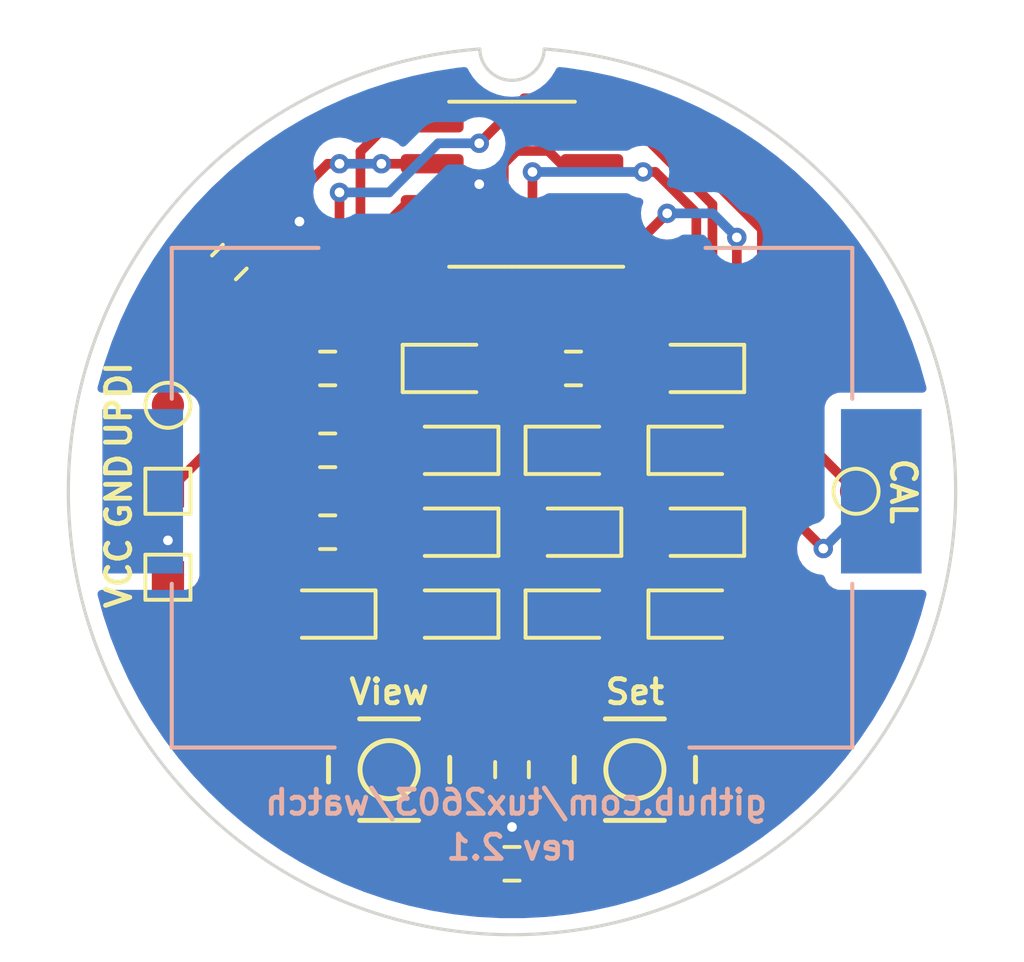
<source format=kicad_pcb>
(kicad_pcb (version 20211014) (generator pcbnew)
  (layers (0 "F.Cu" signal) (31 "B.Cu" signal) (34 "B.Paste" user) (35 "F.Paste" user) (36 "B.SilkS" user "B.Silkscreen") (37 "F.SilkS" user "F.Silkscreen") (38 "B.Mask" user) (39 "F.Mask" user) (44 "Edge.Cuts" user))
  (net 0 "")
  (net 1 "Net-(R2-Pad1)")
  (net 2 "Net-(R3-Pad1)")
  (net 3 "Net-(R4-Pad1)")
  (net 4 "+3.3V")
  (net 5 "GND")
  (net 6 "Net-(R7-Pad1)")
  (net 7 "Net-(D1-Pad1)")
  (net 8 "Net-(D1-Pad2)")
  (net 9 "Net-(D3-Pad1)")
  (net 10 "Net-(D10-Pad2)")
  (net 11 "Net-(R1-Pad1)")
  (net 12 "Net-(R5-Pad2)")
  (net 13 "Net-(R6-Pad1)")
  (net 14 "Net-(R7-Pad2)")
  (footprint "Resistor_SMD:R_0603_1608Metric" (layer "F.Cu") (at 54.737 56.388 -135)
    (fp_text reference "R7" hide)
    (fp_text value "4.7 kΩ")
    (fp_line (start -0.237258 0.5225) (end 0.237258 0.5225) (layer "F.SilkS") (width 0.12))
    (fp_line (start -0.237258 -0.5225) (end 0.237258 -0.5225) (layer "F.SilkS") (width 0.12))
    (pad "1" smd roundrect (at -0.825 0 225) (size 0.8 0.95) (layers "F.Cu" "F.Paste" "F.Mask") (net 6 "Net-(R7-Pad1)"))
    (pad "2" smd roundrect (at 0.825 0 225) (size 0.8 0.95) (layers "F.Cu" "F.Paste" "F.Mask") (net 14 "Net-(R7-Pad2)"))
  )
  (footprint "LED_SMD:LED_0603_1608Metric" (layer "F.Cu") (at 69.215 59.69 180)
    (fp_text reference "D4" hide)
    (fp_text value "LED_Small")
    (fp_line (start -1.485 0.735) (end 0.8 0.735) (layer "F.SilkS") (width 0.12))
    (fp_line (start -1.485 -0.735) (end -1.485 0.735) (layer "F.SilkS") (width 0.12))
    (fp_line (start 0.8 -0.735) (end -1.485 -0.735) (layer "F.SilkS") (width 0.12))
    (pad "1" smd roundrect (at -0.7875 0 180) (size 0.875 0.95) (layers "F.Cu" "F.Paste" "F.Mask") (net 7 "Net-(D1-Pad1)"))
    (pad "2" smd roundrect (at 0.7875 0 180) (size 0.875 0.95) (layers "F.Cu" "F.Paste" "F.Mask") (net 9 "Net-(D3-Pad1)"))
  )
  (footprint "Resistor_SMD:R_0603_1608Metric" (layer "F.Cu") (at 63.5 72.136 90)
    (fp_text reference "R5" hide)
    (fp_text value "4.7 kΩ")
    (fp_line (start -0.237258 0.5225) (end 0.237258 0.5225) (layer "F.SilkS") (width 0.12))
    (fp_line (start -0.237258 -0.5225) (end 0.237258 -0.5225) (layer "F.SilkS") (width 0.12))
    (pad "1" smd roundrect (at -0.825 0 90) (size 0.8 0.95) (layers "F.Cu" "F.Paste" "F.Mask") (net 4 "+3.3V"))
    (pad "2" smd roundrect (at 0.825 0 90) (size 0.8 0.95) (layers "F.Cu" "F.Paste" "F.Mask") (net 12 "Net-(R5-Pad2)"))
  )
  (footprint "LED_SMD:LED_0603_1608Metric" (layer "F.Cu") (at 61.595 64.77 180)
    (fp_text reference "D7" hide)
    (fp_text value "LED_Small")
    (fp_line (start 0.8 -0.735) (end -1.485 -0.735) (layer "F.SilkS") (width 0.12))
    (fp_line (start -1.485 -0.735) (end -1.485 0.735) (layer "F.SilkS") (width 0.12))
    (fp_line (start -1.485 0.735) (end 0.8 0.735) (layer "F.SilkS") (width 0.12))
    (pad "1" smd roundrect (at -0.7875 0 180) (size 0.875 0.95) (layers "F.Cu" "F.Paste" "F.Mask") (net 9 "Net-(D3-Pad1)"))
    (pad "2" smd roundrect (at 0.7875 0 180) (size 0.875 0.95) (layers "F.Cu" "F.Paste" "F.Mask") (net 8 "Net-(D1-Pad2)"))
  )
  (footprint "LED_SMD:LED_0603_1608Metric" (layer "F.Cu") (at 69.215 62.23)
    (fp_text reference "D9" hide)
    (fp_text value "LED_Small")
    (fp_line (start -1.485 0.735) (end 0.8 0.735) (layer "F.SilkS") (width 0.12))
    (fp_line (start 0.8 -0.735) (end -1.485 -0.735) (layer "F.SilkS") (width 0.12))
    (fp_line (start -1.485 -0.735) (end -1.485 0.735) (layer "F.SilkS") (width 0.12))
    (pad "1" smd roundrect (at -0.7875 0) (size 0.875 0.95) (layers "F.Cu" "F.Paste" "F.Mask") (net 10 "Net-(D10-Pad2)"))
    (pad "2" smd roundrect (at 0.7875 0) (size 0.875 0.95) (layers "F.Cu" "F.Paste" "F.Mask") (net 7 "Net-(D1-Pad1)"))
  )
  (footprint "Resistor_SMD:R_0603_1608Metric" (layer "F.Cu") (at 57.785 62.23)
    (fp_text reference "R2" hide)
    (fp_text value "47 Ω")
    (fp_line (start -0.237258 -0.5225) (end 0.237258 -0.5225) (layer "F.SilkS") (width 0.12))
    (fp_line (start -0.237258 0.5225) (end 0.237258 0.5225) (layer "F.SilkS") (width 0.12))
    (pad "1" smd roundrect (at -0.825 0) (size 0.8 0.95) (layers "F.Cu" "F.Paste" "F.Mask") (net 1 "Net-(R2-Pad1)"))
    (pad "2" smd roundrect (at 0.825 0) (size 0.8 0.95) (layers "F.Cu" "F.Paste" "F.Mask") (net 7 "Net-(D1-Pad1)"))
  )
  (footprint "Package_SO:SOIC-8_3.9x4.9mm_P1.27mm" (layer "F.Cu") (at 63.5 53.975 180)
    (fp_text reference "U1" hide)
    (fp_text value "ATtiny402-SS")
    (fp_line (start 0 -2.56) (end -3.45 -2.56) (layer "F.SilkS") (width 0.12))
    (fp_line (start 0 2.56) (end -1.95 2.56) (layer "F.SilkS") (width 0.12))
    (fp_line (start 0 -2.56) (end 1.95 -2.56) (layer "F.SilkS") (width 0.12))
    (fp_line (start 0 2.56) (end 1.95 2.56) (layer "F.SilkS") (width 0.12))
    (pad "1" smd roundrect (at -2.475 -1.905 180) (size 1.95 0.6) (layers "F.Cu" "F.Paste" "F.Mask") (net 4 "+3.3V"))
    (pad "2" smd roundrect (at -2.475 -0.635 180) (size 1.95 0.6) (layers "F.Cu" "F.Paste" "F.Mask") (net 2 "Net-(R3-Pad1)"))
    (pad "3" smd roundrect (at -2.475 0.635 180) (size 1.95 0.6) (layers "F.Cu" "F.Paste" "F.Mask") (net 3 "Net-(R4-Pad1)"))
    (pad "4" smd roundrect (at -2.475 1.905 180) (size 1.95 0.6) (layers "F.Cu" "F.Paste" "F.Mask") (net 12 "Net-(R5-Pad2)"))
    (pad "5" smd roundrect (at 2.475 1.905 180) (size 1.95 0.6) (layers "F.Cu" "F.Paste" "F.Mask") (net 11 "Net-(R1-Pad1)"))
    (pad "6" smd roundrect (at 2.475 0.635 180) (size 1.95 0.6) (layers "F.Cu" "F.Paste" "F.Mask") (net 6 "Net-(R7-Pad1)"))
    (pad "7" smd roundrect (at 2.475 -0.635 180) (size 1.95 0.6) (layers "F.Cu" "F.Paste" "F.Mask") (net 1 "Net-(R2-Pad1)"))
    (pad "8" smd roundrect (at 2.475 -1.905 180) (size 1.95 0.6) (layers "F.Cu" "F.Paste" "F.Mask") (net 5 "GND"))
  )
  (footprint "LED_SMD:LED_0603_1608Metric" (layer "F.Cu") (at 69.215 64.77 180)
    (fp_text reference "D10" hide)
    (fp_text value "LED_Small")
    (fp_line (start -1.485 -0.735) (end -1.485 0.735) (layer "F.SilkS") (width 0.12))
    (fp_line (start -1.485 0.735) (end 0.8 0.735) (layer "F.SilkS") (width 0.12))
    (fp_line (start 0.8 -0.735) (end -1.485 -0.735) (layer "F.SilkS") (width 0.12))
    (pad "1" smd roundrect (at -0.7875 0 180) (size 0.875 0.95) (layers "F.Cu" "F.Paste" "F.Mask") (net 7 "Net-(D1-Pad1)"))
    (pad "2" smd roundrect (at 0.7875 0 180) (size 0.875 0.95) (layers "F.Cu" "F.Paste" "F.Mask") (net 10 "Net-(D10-Pad2)"))
  )
  (footprint "LED_SMD:LED_0603_1608Metric" (layer "F.Cu") (at 61.595 67.31 180)
    (fp_text reference "D12" hide)
    (fp_text value "LED_Small")
    (fp_line (start -1.485 0.735) (end 0.8 0.735) (layer "F.SilkS") (width 0.12))
    (fp_line (start 0.8 -0.735) (end -1.485 -0.735) (layer "F.SilkS") (width 0.12))
    (fp_line (start -1.485 -0.735) (end -1.485 0.735) (layer "F.SilkS") (width 0.12))
    (pad "1" smd roundrect (at -0.7875 0 180) (size 0.875 0.95) (layers "F.Cu" "F.Paste" "F.Mask") (net 8 "Net-(D1-Pad2)"))
    (pad "2" smd roundrect (at 0.7875 0 180) (size 0.875 0.95) (layers "F.Cu" "F.Paste" "F.Mask") (net 10 "Net-(D10-Pad2)"))
  )
  (footprint "LED_SMD:LED_0603_1608Metric" (layer "F.Cu") (at 61.595 59.69)
    (fp_text reference "D5" hide)
    (fp_text value "LED_Small")
    (fp_line (start -1.485 0.735) (end 0.8 0.735) (layer "F.SilkS") (width 0.12))
    (fp_line (start -1.485 -0.735) (end -1.485 0.735) (layer "F.SilkS") (width 0.12))
    (fp_line (start 0.8 -0.735) (end -1.485 -0.735) (layer "F.SilkS") (width 0.12))
    (pad "1" smd roundrect (at -0.7875 0) (size 0.875 0.95) (layers "F.Cu" "F.Paste" "F.Mask") (net 10 "Net-(D10-Pad2)"))
    (pad "2" smd roundrect (at 0.7875 0) (size 0.875 0.95) (layers "F.Cu" "F.Paste" "F.Mask") (net 9 "Net-(D3-Pad1)"))
  )
  (footprint "Push Button:SW_EVP-AA102K_PAN" (layer "F.Cu") (at 59.69 72.136)
    (fp_text reference "SW1" hide)
    (fp_text value "EVP-AA202K")
    (fp_line (start 0.913541 -1.5748) (end -0.913541 -1.5748) (layer "F.SilkS") (width 0.1524))
    (fp_line (start 1.8796 0.38246) (end 1.8796 -0.38246) (layer "F.SilkS") (width 0.1524))
    (fp_line (start -1.8796 -0.38246) (end -1.8796 0.38246) (layer "F.SilkS") (width 0.1524))
    (fp_line (start -0.913541 1.5748) (end 0.913541 1.5748) (layer "F.SilkS") (width 0.1524))
    (fp_circle (center 0 0) (end 0.9017 0) (layer "F.SilkS") (width 0.1524) (fill none))
    (pad "1" smd rect (at -1.8415 -1.05) (size 1.309599 0.6696) (layers "F.Cu" "F.Paste" "F.Mask") (net 12 "Net-(R5-Pad2)"))
    (pad "2" smd rect (at -1.8415 1.05) (size 1.309599 0.6696) (layers "F.Cu" "F.Paste" "F.Mask") (net 5 "GND"))
    (pad "3" smd rect (at 1.8415 1.05) (size 1.309599 0.6696) (layers "F.Cu" "F.Paste" "F.Mask") (net 5 "GND"))
    (pad "4" smd rect (at 1.8415 -1.05) (size 1.309599 0.6696) (layers "F.Cu" "F.Paste" "F.Mask") (net 12 "Net-(R5-Pad2)"))
  )
  (footprint "LED_SMD:LED_0603_1608Metric" (layer "F.Cu") (at 57.785 67.31 180)
    (fp_text reference "D11" hide)
    (fp_text value "LED_Small")
    (fp_line (start 0.8 -0.735) (end -1.485 -0.735) (layer "F.SilkS") (width 0.12))
    (fp_line (start -1.485 -0.735) (end -1.485 0.735) (layer "F.SilkS") (width 0.12))
    (fp_line (start -1.485 0.735) (end 0.8 0.735) (layer "F.SilkS") (width 0.12))
    (pad "1" smd roundrect (at -0.7875 0 180) (size 0.875 0.95) (layers "F.Cu" "F.Paste" "F.Mask") (net 10 "Net-(D10-Pad2)"))
    (pad "2" smd roundrect (at 0.7875 0 180) (size 0.875 0.95) (layers "F.Cu" "F.Paste" "F.Mask") (net 8 "Net-(D1-Pad2)"))
  )
  (footprint "LED_SMD:LED_0603_1608Metric" (layer "F.Cu") (at 65.405 67.31)
    (fp_text reference "D1" hide)
    (fp_text value "LED_Small")
    (fp_line (start 0.8 -0.735) (end -1.485 -0.735) (layer "F.SilkS") (width 0.12))
    (fp_line (start -1.485 -0.735) (end -1.485 0.735) (layer "F.SilkS") (width 0.12))
    (fp_line (start -1.485 0.735) (end 0.8 0.735) (layer "F.SilkS") (width 0.12))
    (pad "1" smd roundrect (at -0.7875 0) (size 0.875 0.95) (layers "F.Cu" "F.Paste" "F.Mask") (net 7 "Net-(D1-Pad1)"))
    (pad "2" smd roundrect (at 0.7875 0) (size 0.875 0.95) (layers "F.Cu" "F.Paste" "F.Mask") (net 8 "Net-(D1-Pad2)"))
  )
  (footprint "TestPoint:TestPoint_Pad_1.0x1.0mm" (layer "F.Cu") (at 52.832 66.167)
    (fp_text reference "TP3" hide)
    (fp_text value "TestPoint")
    (fp_line (start 0.7 0.7) (end -0.7 0.7) (layer "F.SilkS") (width 0.12))
    (fp_line (start 0.7 -0.7) (end 0.7 0.7) (layer "F.SilkS") (width 0.12))
    (fp_line (start -0.7 -0.7) (end 0.7 -0.7) (layer "F.SilkS") (width 0.12))
    (fp_line (start -0.7 0.7) (end -0.7 -0.7) (layer "F.SilkS") (width 0.12))
    (pad "1" smd rect (at 0 0) (size 1 1) (layers "F.Cu" "F.Mask") (net 4 "+3.3V"))
  )
  (footprint "LED_SMD:LED_0603_1608Metric" (layer "F.Cu") (at 65.405 62.23)
    (fp_text reference "D6" hide)
    (fp_text value "LED_Small")
    (fp_line (start -1.485 -0.735) (end -1.485 0.735) (layer "F.SilkS") (width 0.12))
    (fp_line (start 0.8 -0.735) (end -1.485 -0.735) (layer "F.SilkS") (width 0.12))
    (fp_line (start -1.485 0.735) (end 0.8 0.735) (layer "F.SilkS") (width 0.12))
    (pad "1" smd roundrect (at -0.7875 0) (size 0.875 0.95) (layers "F.Cu" "F.Paste" "F.Mask") (net 9 "Net-(D3-Pad1)"))
    (pad "2" smd roundrect (at 0.7875 0) (size 0.875 0.95) (layers "F.Cu" "F.Paste" "F.Mask") (net 10 "Net-(D10-Pad2)"))
  )
  (footprint "TestPoint:TestPoint_Pad_D1.0mm" (layer "F.Cu") (at 74.168 63.5)
    (fp_text reference "TP4" hide)
    (fp_text value "TestPoint")
    (fp_circle (center 0 0) (end 0 0.7) (layer "F.SilkS") (width 0.12) (fill none))
    (pad "1" smd circle (at 0 0) (size 1 1) (layers "F.Cu" "F.Mask") (net 8 "Net-(D1-Pad2)"))
  )
  (footprint "Push Button:SW_EVP-AA102K_PAN" (layer "F.Cu") (at 67.31 72.136)
    (fp_text reference "SW2" hide)
    (fp_text value "EVP-AA202K")
    (fp_line (start 0.913541 -1.5748) (end -0.913541 -1.5748) (layer "F.SilkS") (width 0.1524))
    (fp_line (start -1.8796 -0.38246) (end -1.8796 0.38246) (layer "F.SilkS") (width 0.1524))
    (fp_line (start 1.8796 0.38246) (end 1.8796 -0.38246) (layer "F.SilkS") (width 0.1524))
    (fp_line (start -0.913541 1.5748) (end 0.913541 1.5748) (layer "F.SilkS") (width 0.1524))
    (fp_circle (center 0 0) (end 0.9017 0) (layer "F.SilkS") (width 0.1524) (fill none))
    (pad "1" smd rect (at -1.8415 -1.05) (size 1.309599 0.6696) (layers "F.Cu" "F.Paste" "F.Mask") (net 12 "Net-(R5-Pad2)"))
    (pad "2" smd rect (at -1.8415 1.05) (size 1.309599 0.6696) (layers "F.Cu" "F.Paste" "F.Mask") (net 13 "Net-(R6-Pad1)"))
    (pad "3" smd rect (at 1.8415 1.05) (size 1.309599 0.6696) (layers "F.Cu" "F.Paste" "F.Mask") (net 13 "Net-(R6-Pad1)"))
    (pad "4" smd rect (at 1.8415 -1.05) (size 1.309599 0.6696) (layers "F.Cu" "F.Paste" "F.Mask") (net 12 "Net-(R5-Pad2)"))
  )
  (footprint "LED_SMD:LED_0603_1608Metric" (layer "F.Cu") (at 65.405 64.77 180)
    (fp_text reference "D8" hide)
    (fp_text value "LED_Small")
    (fp_line (start 0.8 -0.735) (end -1.485 -0.735) (layer "F.SilkS") (width 0.12))
    (fp_line (start -1.485 -0.735) (end -1.485 0.735) (layer "F.SilkS") (width 0.12))
    (fp_line (start -1.485 0.735) (end 0.8 0.735) (layer "F.SilkS") (width 0.12))
    (pad "1" smd roundrect (at -0.7875 0 180) (size 0.875 0.95) (layers "F.Cu" "F.Paste" "F.Mask") (net 8 "Net-(D1-Pad2)"))
    (pad "2" smd roundrect (at 0.7875 0 180) (size 0.875 0.95) (layers "F.Cu" "F.Paste" "F.Mask") (net 9 "Net-(D3-Pad1)"))
  )
  (footprint "Resistor_SMD:R_0603_1608Metric" (layer "F.Cu") (at 57.785 59.69)
    (fp_text reference "R4" hide)
    (fp_text value "47 Ω")
    (fp_line (start -0.237258 -0.5225) (end 0.237258 -0.5225) (layer "F.SilkS") (width 0.12))
    (fp_line (start -0.237258 0.5225) (end 0.237258 0.5225) (layer "F.SilkS") (width 0.12))
    (pad "1" smd roundrect (at -0.825 0) (size 0.8 0.95) (layers "F.Cu" "F.Paste" "F.Mask") (net 3 "Net-(R4-Pad1)"))
    (pad "2" smd roundrect (at 0.825 0) (size 0.8 0.95) (layers "F.Cu" "F.Paste" "F.Mask") (net 10 "Net-(D10-Pad2)"))
  )
  (footprint "TestPoint:TestPoint_Pad_1.0x1.0mm" (layer "F.Cu") (at 52.832 63.5)
    (fp_text reference "TP2" hide)
    (fp_text value "TestPoint")
    (fp_line (start -0.7 0.7) (end -0.7 -0.7) (layer "F.SilkS") (width 0.12))
    (fp_line (start 0.7 -0.7) (end 0.7 0.7) (layer "F.SilkS") (width 0.12))
    (fp_line (start -0.7 -0.7) (end 0.7 -0.7) (layer "F.SilkS") (width 0.12))
    (fp_line (start 0.7 0.7) (end -0.7 0.7) (layer "F.SilkS") (width 0.12))
    (pad "1" smd rect (at 0 0) (size 1 1) (layers "F.Cu" "F.Mask") (net 5 "GND"))
  )
  (footprint "LED_SMD:LED_0603_1608Metric" (layer "F.Cu") (at 69.215 67.31)
    (fp_text reference "D2" hide)
    (fp_text value "LED_Small")
    (fp_line (start -1.485 -0.735) (end -1.485 0.735) (layer "F.SilkS") (width 0.12))
    (fp_line (start 0.8 -0.735) (end -1.485 -0.735) (layer "F.SilkS") (width 0.12))
    (fp_line (start -1.485 0.735) (end 0.8 0.735) (layer "F.SilkS") (width 0.12))
    (pad "1" smd roundrect (at -0.7875 0) (size 0.875 0.95) (layers "F.Cu" "F.Paste" "F.Mask") (net 8 "Net-(D1-Pad2)"))
    (pad "2" smd roundrect (at 0.7875 0) (size 0.875 0.95) (layers "F.Cu" "F.Paste" "F.Mask") (net 7 "Net-(D1-Pad1)"))
  )
  (footprint "Resistor_SMD:R_0603_1608Metric" (layer "F.Cu") (at 63.5 75.057 180)
    (fp_text reference "R6" hide)
    (fp_text value "4.7 kΩ")
    (fp_line (start -0.237258 -0.5225) (end 0.237258 -0.5225) (layer "F.SilkS") (width 0.12))
    (fp_line (start -0.237258 0.5225) (end 0.237258 0.5225) (layer "F.SilkS") (width 0.12))
    (pad "1" smd roundrect (at -0.825 0 180) (size 0.8 0.95) (layers "F.Cu" "F.Paste" "F.Mask") (net 13 "Net-(R6-Pad1)"))
    (pad "2" smd roundrect (at 0.825 0 180) (size 0.8 0.95) (layers "F.Cu" "F.Paste" "F.Mask") (net 5 "GND"))
  )
  (footprint "Resistor_SMD:R_0603_1608Metric" (layer "F.Cu") (at 57.785 64.77)
    (fp_text reference "R1" hide)
    (fp_text value "47 Ω")
    (fp_line (start -0.237258 -0.5225) (end 0.237258 -0.5225) (layer "F.SilkS") (width 0.12))
    (fp_line (start -0.237258 0.5225) (end 0.237258 0.5225) (layer "F.SilkS") (width 0.12))
    (pad "1" smd roundrect (at -0.825 0) (size 0.8 0.95) (layers "F.Cu" "F.Paste" "F.Mask") (net 11 "Net-(R1-Pad1)"))
    (pad "2" smd roundrect (at 0.825 0) (size 0.8 0.95) (layers "F.Cu" "F.Paste" "F.Mask") (net 8 "Net-(D1-Pad2)"))
  )
  (footprint "LED_SMD:LED_0603_1608Metric" (layer "F.Cu") (at 61.595 62.23 180)
    (fp_text reference "D3" hide)
    (fp_text value "LED_Small")
    (fp_line (start -1.485 0.735) (end 0.8 0.735) (layer "F.SilkS") (width 0.12))
    (fp_line (start -1.485 -0.735) (end -1.485 0.735) (layer "F.SilkS") (width 0.12))
    (fp_line (start 0.8 -0.735) (end -1.485 -0.735) (layer "F.SilkS") (width 0.12))
    (pad "1" smd roundrect (at -0.7875 0 180) (size 0.875 0.95) (layers "F.Cu" "F.Paste" "F.Mask") (net 9 "Net-(D3-Pad1)"))
    (pad "2" smd roundrect (at 0.7875 0 180) (size 0.875 0.95) (layers "F.Cu" "F.Paste" "F.Mask") (net 7 "Net-(D1-Pad1)"))
  )
  (footprint "Resistor_SMD:R_0603_1608Metric" (layer "F.Cu") (at 65.405 59.69)
    (fp_text reference "R3" hide)
    (fp_text value "47 Ω")
    (fp_line (start -0.237258 0.5225) (end 0.237258 0.5225) (layer "F.SilkS") (width 0.12))
    (fp_line (start -0.237258 -0.5225) (end 0.237258 -0.5225) (layer "F.SilkS") (width 0.12))
    (pad "1" smd roundrect (at -0.825 0) (size 0.8 0.95) (layers "F.Cu" "F.Paste" "F.Mask") (net 2 "Net-(R3-Pad1)"))
    (pad "2" smd roundrect (at 0.825 0) (size 0.8 0.95) (layers "F.Cu" "F.Paste" "F.Mask") (net 9 "Net-(D3-Pad1)"))
  )
  (footprint "TestPoint:TestPoint_Pad_D1.0mm" (layer "F.Cu") (at 52.832 60.833)
    (fp_text reference "TP1" hide)
    (fp_text value "TestPoint")
    (fp_circle (center 0 0) (end 0 0.7) (layer "F.SilkS") (width 0.12) (fill none))
    (pad "1" smd circle (at 0 0) (size 1 1) (layers "F.Cu" "F.Mask") (net 14 "Net-(R7-Pad2)"))
  )
  (footprint "Battery Holder:BAT_BAT-HLD-001-TR" (layer "B.Cu") (at 63.5 63.5 180)
    (fp_text reference "BT1" hide)
    (fp_text value "BAT-HLD-001-TR")
    (fp_line (start -10.55 7.55) (end -6 7.55) (layer "B.SilkS") (width 0.127))
    (fp_line (start -10.55 -2.87) (end -10.55 -7.95) (layer "B.SilkS") (width 0.127))
    (fp_line (start -10.55 2.87) (end -10.55 7.55) (layer "B.SilkS") (width 0.127))
    (fp_line (start 10.55 -7.95) (end 10.55 -2.87) (layer "B.SilkS") (width 0.127))
    (fp_line (start 5.5 -7.95) (end 10.55 -7.95) (layer "B.SilkS") (width 0.127))
    (fp_line (start 10.55 7.55) (end 10.55 2.87) (layer "B.SilkS") (width 0.127))
    (fp_line (start -10.55 -7.95) (end -5.5 -7.95) (layer "B.SilkS") (width 0.127))
    (fp_line (start 6 7.55) (end 10.55 7.55) (layer "B.SilkS") (width 0.127))
    (pad "N1" smd circle locked (at 0 0 180) (size 17.8 17.8) (layers "B.Cu" "B.Mask") (net 5 "GND"))
    (pad "P1" smd rect locked (at -11.45 0 180) (size 2.5 5.1) (layers "B.Cu" "B.Paste" "B.Mask") (net 4 "+3.3V"))
    (pad "P2" smd rect locked (at 11.45 0 180) (size 2.5 5.1) (layers "B.Cu" "B.Paste" "B.Mask") (net 4 "+3.3V"))
  )
  (gr_arc (start 64.499999 49.78) (mid 63.5 50.750449) (end 62.500001 49.78) (layer "Edge.Cuts") (width 0.1))
  (gr_arc (start 64.5 49.780001) (mid 63.5 77.256394) (end 62.5 49.780001) (layer "Edge.Cuts") (width 0.1))
  (gr_text "rev 2.1" (at 63.5 74.549) (layer "B.SilkS") (effects (font (size 0.75 0.75)) (justify mirror)))
  (gr_text "github.com/tux2603/watch" (at 63.627 73.152) (layer "B.SilkS") (effects (font (size 0.75 0.75)) (justify mirror)))
  (gr_text "Set" (at 67.31 69.723) (layer "F.SilkS") (effects (font (size 0.75 0.75))))
  (gr_text "View" (at 59.69 69.723) (layer "F.SilkS") (effects (font (size 0.75 0.75))))
  (gr_text "VCC" (at 51.308 66.04 90) (layer "F.SilkS") (effects (font (size 0.75 0.75))))
  (gr_text "GND" (at 51.308 63.5 90) (layer "F.SilkS") (effects (font (size 0.75 0.75))))
  (gr_text "CAL" (at 75.63 63.5 270) (layer "F.SilkS") (effects (font (size 0.75 0.75))))
  (gr_text "UPDI\n" (at 51.308 60.833 90) (layer "F.SilkS") (effects (font (size 0.75 0.75))))
  (segment (start 56.134 58.674) (end 60.198 54.61) (width 0.3) (layer "F.Cu") (net 1))
  (segment (start 60.198 54.61) (end 61.025 54.61) (width 0.3) (layer "F.Cu") (net 1))
  (segment (start 56.134 61.404) (end 56.134 58.674) (width 0.3) (layer "F.Cu") (net 1))
  (segment (start 56.96 62.23) (end 56.134 61.404) (width 0.3) (layer "F.Cu") (net 1))
  (segment (start 64.58 59.69) (end 64.58 55.592893) (width 0.3) (layer "F.Cu") (net 2))
  (segment (start 65.562893 54.61) (end 65.975 54.61) (width 0.3) (layer "F.Cu") (net 2))
  (segment (start 64.58 55.592893) (end 65.562893 54.61) (width 0.3) (layer "F.Cu") (net 2))
  (segment (start 62.103 56.642) (end 63.246 55.499) (width 0.3) (layer "F.Cu") (net 3))
  (segment (start 63.642 52.944) (end 64.628 52.944) (width 0.3) (layer "F.Cu") (net 3))
  (segment (start 58.928 56.642) (end 62.103 56.642) (width 0.3) (layer "F.Cu") (net 3))
  (segment (start 64.628 52.944) (end 65.024 53.34) (width 0.3) (layer "F.Cu") (net 3))
  (segment (start 63.246 53.34) (end 63.642 52.944) (width 0.3) (layer "F.Cu") (net 3))
  (segment (start 65.024 53.34) (end 65.975 53.34) (width 0.3) (layer "F.Cu") (net 3))
  (segment (start 63.246 55.499) (end 63.246 53.34) (width 0.3) (layer "F.Cu") (net 3))
  (segment (start 56.96 59.69) (end 56.96 58.61) (width 0.3) (layer "F.Cu") (net 3))
  (segment (start 56.96 58.61) (end 58.928 56.642) (width 0.3) (layer "F.Cu") (net 3))
  (segment (start 57.023 72.136) (end 52.832 67.945) (width 0.3) (layer "F.Cu") (net 4))
  (segment (start 64.828901 72.136) (end 69.977 72.136) (width 0.3) (layer "F.Cu") (net 4))
  (segment (start 73.152 65.278) (end 72.009 64.135) (width 0.3) (layer "F.Cu") (net 4))
  (segment (start 70.4705 56.8815) (end 70.993 57.404) (width 0.3) (layer "F.Cu") (net 4))
  (segment (start 70.4705 55.626) (end 70.4705 56.8815) (width 0.3) (layer "F.Cu") (net 4))
  (segment (start 62.171099 72.136) (end 57.023 72.136) (width 0.3) (layer "F.Cu") (net 4))
  (segment (start 62.996099 72.961) (end 62.171099 72.136) (width 0.3) (layer "F.Cu") (net 4))
  (segment (start 52.832 67.945) (end 52.832 66.167) (width 0.3) (layer "F.Cu") (net 4))
  (segment (start 63.5 72.961) (end 62.996099 72.961) (width 0.3) (layer "F.Cu") (net 4))
  (segment (start 63.5 72.961) (end 64.003901 72.961) (width 0.3) (layer "F.Cu") (net 4))
  (segment (start 68.311233 54.878767) (end 67.31 55.88) (width 0.3) (layer "F.Cu") (net 4))
  (segment (start 52.832 66.167) (end 52.832 65.024) (width 0.3) (layer "F.Cu") (net 4))
  (segment (start 64.003901 72.961) (end 64.828901 72.136) (width 0.3) (layer "F.Cu") (net 4))
  (segment (start 72.009 58.42) (end 70.993 57.404) (width 0.3) (layer "F.Cu") (net 4))
  (segment (start 72.009 64.135) (end 72.009 61.595) (width 0.3) (layer "F.Cu") (net 4))
  (segment (start 72.009 60.96) (end 72.009 58.42) (width 0.3) (layer "F.Cu") (net 4))
  (segment (start 67.31 55.88) (end 65.975 55.88) (width 0.3) (layer "F.Cu") (net 4))
  (segment (start 72.009 61.595) (end 72.009 60.96) (width 0.3) (layer "F.Cu") (net 4))
  (segment (start 69.977 72.136) (end 72.009 70.104) (width 0.3) (layer "F.Cu") (net 4))
  (segment (start 72.009 70.104) (end 72.009 61.595) (width 0.3) (layer "F.Cu") (net 4))
  (via (at 68.311233 54.878767) (size 0.6) (drill 0.3) (layers "F.Cu" "B.Cu") (net 4))
  (via (at 70.4705 55.626) (size 0.6) (drill 0.3) (layers "F.Cu" "B.Cu") (net 4))
  (via (at 73.152 65.278) (size 0.6) (drill 0.3) (layers "F.Cu" "B.Cu") (net 4))
  (via (at 52.832 65.024) (size 0.6) (drill 0.3) (layers "F.Cu" "B.Cu") (net 4))
  (segment (start 69.723267 54.878767) (end 70.4705 55.626) (width 0.3) (layer "B.Cu") (net 4))
  (segment (start 73.152 65.278) (end 74.93 63.5) (width 0.3) (layer "B.Cu") (net 4))
  (segment (start 68.311233 54.878767) (end 69.723267 54.878767) (width 0.3) (layer "B.Cu") (net 4))
  (segment (start 74.93 63.5) (end 74.95 63.5) (width 0.3) (layer "B.Cu") (net 4))
  (segment (start 62.05425 73.70875) (end 61.5315 73.186) (width 0.3) (layer "F.Cu") (net 5))
  (segment (start 62.2595 73.914) (end 63.5 73.914) (width 0.25) (layer "F.Cu") (net 5))
  (segment (start 62.11775 73.77225) (end 62.2595 73.914) (width 0.25) (layer "F.Cu") (net 5))
  (segment (start 54.61 61.722) (end 52.832 63.5) (width 0.3) (layer "F.Cu") (net 5))
  (segment (start 62.675 74.3295) (end 62.11775 73.77225) (width 0.3) (layer "F.Cu") (net 5))
  (segment (start 62.103 55.88) (end 62.484 55.499) (width 0.3) (layer "F.Cu") (net 5))
  (segment (start 61.025 55.88) (end 62.103 55.88) (width 0.3) (layer "F.Cu") (net 5))
  (segment (start 56.910767 55.132767) (end 56.910767 55.611233) (width 0.3) (layer "F.Cu") (net 5))
  (segment (start 54.61 57.912) (end 54.61 61.722) (width 0.3) (layer "F.Cu") (net 5))
  (segment (start 62.675 75.057) (end 62.675 74.3295) (width 0.3) (layer "F.Cu") (net 5))
  (segment (start 62.484 55.499) (end 62.484 53.975) (width 0.3) (layer "F.Cu") (net 5))
  (segment (start 62.11775 73.77225) (end 62.05425 73.70875) (width 0.3) (layer "F.Cu") (net 5))
  (segment (start 56.910767 55.611233) (end 54.61 57.912) (width 0.3) (layer "F.Cu") (net 5))
  (segment (start 57.8485 73.186) (end 61.5315 73.186) (width 0.3) (layer "F.Cu") (net 5))
  (via (at 56.910767 55.132767) (size 0.6) (drill 0.3) (layers "F.Cu" "B.Cu") (net 5))
  (via (at 62.484 53.975) (size 0.6) (drill 0.3) (layers "F.Cu" "B.Cu") (net 5))
  (via (at 63.5 73.914) (size 0.6) (drill 0.3) (layers "F.Cu" "B.Cu") (net 5))
  (segment (start 67.295878 69.215) (end 67.2955 69.214622) (width 0.3) (layer "B.Cu") (net 5))
  (segment (start 57.785 53.34) (end 55.320363 55.804637) (width 0.3) (layer "F.Cu") (net 6))
  (segment (start 58.1515 53.34) (end 57.785 53.34) (width 0.3) (layer "F.Cu") (net 6))
  (segment (start 61.025 53.34) (end 59.4505 53.34) (width 0.3) (layer "F.Cu") (net 6))
  (via (at 58.1515 53.34) (size 0.6) (drill 0.3) (layers "F.Cu" "B.Cu") (net 6))
  (via (at 59.4505 53.34) (size 0.6) (drill 0.3) (layers "F.Cu" "B.Cu") (net 6))
  (segment (start 58.1515 53.34) (end 59.4505 53.34) (width 0.3) (layer "B.Cu") (net 6))
  (segment (start 61.595 63.5) (end 61.595 65.261834) (width 0.3) (layer "F.Cu") (net 7))
  (segment (start 69.37375 66.04) (end 70.0025 65.41125) (width 0.3) (layer "F.Cu") (net 7))
  (segment (start 65.405 66.675) (end 65.405 64.135) (width 0.3) (layer "F.Cu") (net 7))
  (segment (start 70.0025 62.23) (end 70.0025 59.69) (width 0.3) (layer "F.Cu") (net 7))
  (segment (start 65.405 64.135) (end 66.04 63.5) (width 0.3) (layer "F.Cu") (net 7))
  (segment (start 66.675 63.5) (end 67.31 64.135) (width 0.3) (layer "F.Cu") (net 7))
  (segment (start 61.595 65.261834) (end 62.373166 66.04) (width 0.3) (layer "F.Cu") (net 7))
  (segment (start 67.31 64.135) (end 67.31 65.405) (width 0.3) (layer "F.Cu") (net 7))
  (segment (start 70.0025 64.77) (end 70.0025 62.23) (width 0.3) (layer "F.Cu") (net 7))
  (segment (start 70.0025 66.51) (end 70.0025 67.31) (width 0.3) (layer "F.Cu") (net 7))
  (segment (start 64.77 66.04) (end 65.405 65.405) (width 0.3) (layer "F.Cu") (net 7))
  (segment (start 69.215 66.04) (end 69.37375 66.04) (width 0.3) (layer "F.Cu") (net 7))
  (segment (start 64.6175 67.31) (end 64.77 67.31) (width 0.3) (layer "F.Cu") (net 7))
  (segment (start 67.945 66.04) (end 69.215 66.04) (width 0.3) (layer "F.Cu") (net 7))
  (segment (start 62.373166 66.04) (end 64.77 66.04) (width 0.3) (layer "F.Cu") (net 7))
  (segment (start 60.8075 62.23) (end 60.8075 62.7125) (width 0.3) (layer "F.Cu") (net 7))
  (segment (start 64.77 67.31) (end 65.405 66.675) (width 0.3) (layer "F.Cu") (net 7))
  (segment (start 69.5325 66.04) (end 70.0025 66.51) (width 0.3) (layer "F.Cu") (net 7))
  (segment (start 60.8075 62.7125) (end 61.595 63.5) (width 0.3) (layer "F.Cu") (net 7))
  (segment (start 67.31 65.405) (end 67.945 66.04) (width 0.3) (layer "F.Cu") (net 7))
  (segment (start 69.215 66.04) (end 69.5325 66.04) (width 0.3) (layer "F.Cu") (net 7))
  (segment (start 66.04 63.5) (end 66.675 63.5) (width 0.3) (layer "F.Cu") (net 7))
  (segment (start 58.61 62.23) (end 60.8075 62.23) (width 0.3) (layer "F.Cu") (net 7))
  (segment (start 70.0025 65.41125) (end 70.0025 64.77) (width 0.3) (layer "F.Cu") (net 7))
  (segment (start 67.183 51.308) (end 63.881 51.308) (width 0.3) (layer "F.Cu") (net 8))
  (segment (start 58.1515 54.229) (end 58.1515 55.1325) (width 0.3) (layer "F.Cu") (net 8))
  (segment (start 63.881 51.308) (end 62.484 52.705) (width 0.3) (layer "F.Cu") (net 8))
  (segment (start 62.3825 67.31) (end 62.3825 67.7925) (width 0.3) (layer "F.Cu") (net 8))
  (segment (start 66.1925 64.77) (end 66.1925 67.31) (width 0.3) (layer "F.Cu") (net 8))
  (segment (start 55.126 65.4385) (end 56.9975 67.31) (width 0.3) (layer "F.Cu") (net 8))
  (segment (start 66.1925 67.31) (end 66.1925 67.7925) (width 0.3) (layer "F.Cu") (net 8))
  (segment (start 62.3825 66.8275) (end 62.3825 67.31) (width 0.3) (layer "F.Cu") (net 8))
  (segment (start 57.95 68.2625) (end 56.9975 67.31) (width 0.3) (layer "F.Cu") (net 8))
  (segment (start 71.247 55.372) (end 67.183 51.308) (width 0.3) (layer "F.Cu") (net 8))
  (segment (start 74.168 63.5) (end 72.517 61.849) (width 0.3) (layer "F.Cu") (net 8))
  (segment (start 71.247 56.896) (end 71.247 55.372) (width 0.3) (layer "F.Cu") (net 8))
  (segment (start 58.61 64.77) (end 60.8075 64.77) (width 0.3) (layer "F.Cu") (net 8))
  (segment (start 66.1925 67.31) (end 68.4275 67.31) (width 0.3) (layer "F.Cu") (net 8))
  (segment (start 62.3825 67.7925) (end 61.9125 68.2625) (width 0.3) (layer "F.Cu") (net 8))
  (segment (start 66.1925 67.7925) (end 65.7225 68.2625) (width 0.3) (layer "F.Cu") (net 8))
  (segment (start 55.126 58.158) (end 55.126 65.4385) (width 0.3) (layer "F.Cu") (net 8))
  (segment (start 58.1515 55.1325) (end 55.126 58.158) (width 0.3) (layer "F.Cu") (net 8))
  (segment (start 61.9125 68.2625) (end 65.7225 68.2625) (width 0.3) (layer "F.Cu") (net 8))
  (segment (start 57.95 68.2625) (end 61.9125 68.2625) (width 0.3) (layer "F.Cu") (net 8))
  (segment (start 72.517 58.166) (end 71.247 56.896) (width 0.3) (layer "F.Cu") (net 8))
  (segment (start 60.8075 64.77) (end 60.8075 65.2525) (width 0.3) (layer "F.Cu") (net 8))
  (segment (start 60.8075 65.2525) (end 62.3825 66.8275) (width 0.3) (layer "F.Cu") (net 8))
  (segment (start 72.517 61.849) (end 72.517 58.166) (width 0.3) (layer "F.Cu") (net 8))
  (via (at 58.1515 54.229) (size 0.6) (drill 0.3) (layers "F.Cu" "B.Cu") (net 8))
  (via (at 62.484 52.705) (size 0.6) (drill 0.3) (layers "F.Cu" "B.Cu") (net 8))
  (segment (start 59.689524 54.229) (end 61.213524 52.705) (width 0.3) (layer "B.Cu") (net 8))
  (segment (start 58.1515 54.229) (end 59.689524 54.229) (width 0.3) (layer "B.Cu") (net 8))
  (segment (start 61.213524 52.705) (end 62.484 52.705) (width 0.3) (layer "B.Cu") (net 8))
  (segment (start 64.6175 62.23) (end 64.6175 61.7475) (width 0.3) (layer "F.Cu") (net 9))
  (segment (start 62.3825 59.69) (end 62.3825 62.23) (width 0.3) (layer "F.Cu") (net 9))
  (segment (start 64.6175 62.23) (end 64.6175 64.77) (width 0.3) (layer "F.Cu") (net 9))
  (segment (start 64.6175 64.77) (end 62.3825 64.77) (width 0.3) (layer "F.Cu") (net 9))
  (segment (start 66.23 59.69) (end 68.4275 59.69) (width 0.3) (layer "F.Cu") (net 9))
  (segment (start 62.3825 62.23) (end 64.6175 62.23) (width 0.3) (layer "F.Cu") (net 9))
  (segment (start 64.6175 61.7475) (end 66.23 60.135) (width 0.3) (layer "F.Cu") (net 9))
  (segment (start 66.23 60.135) (end 66.23 59.69) (width 0.3) (layer "F.Cu") (net 9))
  (segment (start 66.1925 62.23) (end 68.4275 62.23) (width 0.3) (layer "F.Cu") (net 10))
  (segment (start 67.564 53.594) (end 67.945 53.594) (width 0.3) (layer "F.Cu") (net 10))
  (segment (start 58.61 59.69) (end 60.8075 59.69) (width 0.3) (layer "F.Cu") (net 10))
  (segment (start 69.215 61.4425) (end 68.4275 62.23) (width 0.3) (layer "F.Cu") (net 10))
  (segment (start 69.215 54.864) (end 69.215 61.4425) (width 0.3) (layer "F.Cu") (net 10))
  (segment (start 67.945 53.594) (end 69.215 54.864) (width 0.3) (layer "F.Cu") (net 10))
  (segment (start 64.135 53.5935) (end 64.135 55.330786) (width 0.3) (layer "F.Cu") (net 10))
  (segment (start 64.135 55.330786) (end 60.8075 58.658286) (width 0.3) (layer "F.Cu") (net 10))
  (segment (start 57.86 66.5975) (end 58.5725 67.31) (width 0.3) (layer "F.Cu") (net 10))
  (segment (start 68.4275 62.23) (end 68.4275 64.77) (width 0.3) (layer "F.Cu") (net 10))
  (segment (start 60.8075 58.658286) (end 60.8075 59.69) (width 0.3) (layer "F.Cu") (net 10))
  (segment (start 58.61 59.69) (end 57.86 60.44) (width 0.3) (layer "F.Cu") (net 10))
  (segment (start 58.5725 67.31) (end 60.8075 67.31) (width 0.3) (layer "F.Cu") (net 10))
  (segment (start 57.86 60.44) (end 57.86 66.5975) (width 0.3) (layer "F.Cu") (net 10))
  (via (at 67.564 53.594) (size 0.6) (drill 0.3) (layers "F.Cu" "B.Cu") (net 10))
  (via (at 64.135 53.5935) (size 0.6) (drill 0.3) (layers "F.Cu" "B.Cu") (net 10))
  (segment (start 64.1355 53.594) (end 64.135 53.5935) (width 0.3) (layer "B.Cu") (net 10))
  (segment (start 67.564 53.594) (end 64.1355 53.594) (width 0.3) (layer "B.Cu") (net 10))
  (segment (start 55.626 63.436) (end 55.626 58.42) (width 0.3) (layer "F.Cu") (net 11))
  (segment (start 55.626 58.42) (end 58.801 55.245) (width 0.3) (layer "F.Cu") (net 11))
  (segment (start 56.96 64.77) (end 55.626 63.436) (width 0.3) (layer "F.Cu") (net 11))
  (segment (start 59.69 52.07) (end 61.025 52.07) (width 0.3) (layer "F.Cu") (net 11))
  (segment (start 58.801 55.245) (end 58.801 52.959) (width 0.3) (layer "F.Cu") (net 11))
  (segment (start 58.801 52.959) (end 59.69 52.07) (width 0.3) (layer "F.Cu") (net 11))
  (segment (start 63.529 71.086) (end 63.5 71.057) (width 0.3) (layer "F.Cu") (net 12))
  (segment (start 71.501 58.674) (end 69.715 56.888) (width 0.3) (layer "F.Cu") (net 12))
  (segment (start 69.715 54.602) (end 67.183 52.07) (width 0.3) (layer "F.Cu") (net 12))
  (segment (start 63.725 71.086) (end 63.5 71.311) (width 0.3) (layer "F.Cu") (net 12))
  (segment (start 71.501 69.85) (end 71.501 58.674) (width 0.3) (layer "F.Cu") (net 12))
  (segment (start 61.5315 71.086) (end 63.275 71.086) (width 0.3) (layer "F.Cu") (net 12))
  (segment (start 61.5315 71.086) (end 57.8485 71.086) (width 0.3) (layer "F.Cu") (net 12))
  (segment (start 67.183 52.07) (end 65.975 52.07) (width 0.3) (layer "F.Cu") (net 12))
  (segment (start 69.1515 71.086) (end 70.265 71.086) (width 0.3) (layer "F.Cu") (net 12))
  (segment (start 70.265 71.086) (end 71.501 69.85) (width 0.3) (layer "F.Cu") (net 12))
  (segment (start 65.4685 71.086) (end 69.1515 71.086) (width 0.3) (layer "F.Cu") (net 12))
  (segment (start 63.275 71.086) (end 63.5 71.311) (width 0.3) (layer "F.Cu") (net 12))
  (segment (start 65.4685 71.086) (end 63.725 71.086) (width 0.3) (layer "F.Cu") (net 12))
  (segment (start 63.471 71.086) (end 63.5 71.057) (width 0.3) (layer "F.Cu") (net 12))
  (segment (start 69.715 56.888) (end 69.715 54.602) (width 0.3) (layer "F.Cu") (net 12))
  (segment (start 65.4685 73.186) (end 69.1515 73.186) (width 0.3) (layer "F.Cu") (net 13))
  (segment (start 64.325 75.057) (end 64.325 74.3295) (width 0.3) (layer "F.Cu") (net 13))
  (segment (start 64.325 74.3295) (end 65.4685 73.186) (width 0.3) (layer "F.Cu") (net 13))
  (segment (start 52.832 58.293) (end 52.832 60.833) (width 0.3) (layer "F.Cu") (net 14))
  (segment (start 54.153637 56.971363) (end 52.832 58.293) (width 0.3) (layer "F.Cu") (net 14))
  (zone (net 5) (net_name "GND") (layer "B.Cu") (connect_pads yes (clearance 0.508)) (min_thickness 0.254) (fill yes (thermal_gap 0.508) (thermal_bridge_width 0.508) (island_removal_mode 1) (island_area_min 0))
    (polygon (pts (xy 79.375 78.105) (xy 47.625 78.105) (xy 47.625 48.26) (xy 79.375 48.26)))
  )
)
</source>
